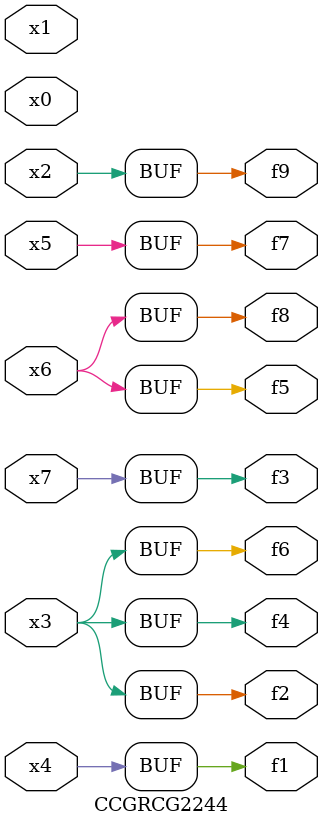
<source format=v>
module CCGRCG2244(
	input x0, x1, x2, x3, x4, x5, x6, x7,
	output f1, f2, f3, f4, f5, f6, f7, f8, f9
);
	assign f1 = x4;
	assign f2 = x3;
	assign f3 = x7;
	assign f4 = x3;
	assign f5 = x6;
	assign f6 = x3;
	assign f7 = x5;
	assign f8 = x6;
	assign f9 = x2;
endmodule

</source>
